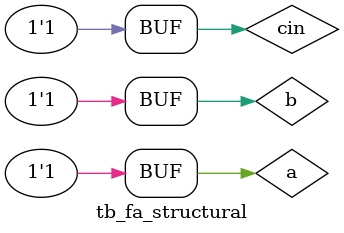
<source format=v>

module FullAdderStructural(
    input a,b,cin,
    output sum,carry
    );
	 wire p,q,r;
xor1 x1(a,b,cin,sum);
and1 a1(a,b,p);
and1 a2(b,cin,q);
and1 a3(a,cin,r);
or1 o1(p,q,r,carry);

endmodule

module xor1(input a,b,cin,output s);
assign s= a^b^cin;
endmodule

module and1(input a,b,output z);
assign z= a&b;
endmodule

module or1(input a,b,cin,output carry);
assign carry= a|b|cin;
endmodule

module tb_fa_structural;

    reg a, b, cin;
    wire sum, carry;

    FullAdderStructural HA1 (.a(a), .b(b), .cin(cin), .sum(sum), .carry(carry));

    initial begin
        a = 0;b = 0;cin = 0;
        #100;
	a = 0;b = 0;cin = 1;
        #100;
        a = 0;b = 1;cin = 0;
        #100;
        a = 0;b = 1;cin = 1;
        #100;
        a = 1;b = 0;cin = 0;
        #100;
        a = 1;b = 0;cin = 1;
        #100;
        a = 1;b = 1;cin = 0;
        #100;
        a = 1;b = 1;cin = 1;
        #100;

     end  

endmodule
</source>
